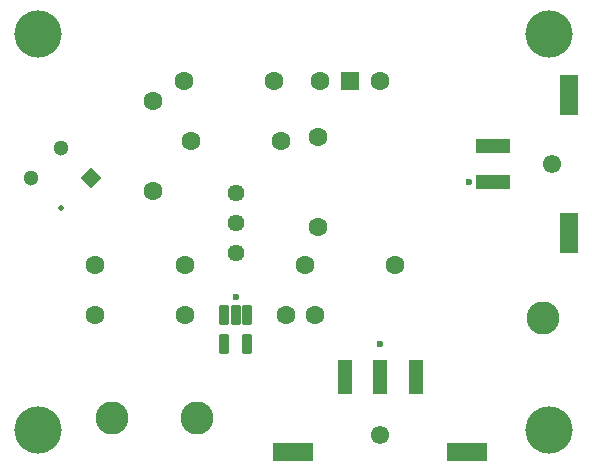
<source format=gts>
%TF.GenerationSoftware,KiCad,Pcbnew,9.0.4*%
%TF.CreationDate,2025-10-30T00:59:31-05:00*%
%TF.ProjectId,HVS Series Vacuum Sensor,48565320-5365-4726-9965-732056616375,rev?*%
%TF.SameCoordinates,Original*%
%TF.FileFunction,Soldermask,Top*%
%TF.FilePolarity,Negative*%
%FSLAX46Y46*%
G04 Gerber Fmt 4.6, Leading zero omitted, Abs format (unit mm)*
G04 Created by KiCad (PCBNEW 9.0.4) date 2025-10-30 00:59:31*
%MOMM*%
%LPD*%
G01*
G04 APERTURE LIST*
G04 Aperture macros list*
%AMRoundRect*
0 Rectangle with rounded corners*
0 $1 Rounding radius*
0 $2 $3 $4 $5 $6 $7 $8 $9 X,Y pos of 4 corners*
0 Add a 4 corners polygon primitive as box body*
4,1,4,$2,$3,$4,$5,$6,$7,$8,$9,$2,$3,0*
0 Add four circle primitives for the rounded corners*
1,1,$1+$1,$2,$3*
1,1,$1+$1,$4,$5*
1,1,$1+$1,$6,$7*
1,1,$1+$1,$8,$9*
0 Add four rect primitives between the rounded corners*
20,1,$1+$1,$2,$3,$4,$5,0*
20,1,$1+$1,$4,$5,$6,$7,0*
20,1,$1+$1,$6,$7,$8,$9,0*
20,1,$1+$1,$8,$9,$2,$3,0*%
%AMRotRect*
0 Rectangle, with rotation*
0 The origin of the aperture is its center*
0 $1 length*
0 $2 width*
0 $3 Rotation angle, in degrees counterclockwise*
0 Add horizontal line*
21,1,$1,$2,0,0,$3*%
G04 Aperture macros list end*
%ADD10C,2.800000*%
%ADD11R,1.500000X1.500000*%
%ADD12C,1.600000*%
%ADD13C,1.550000*%
%ADD14R,2.920000X1.270000*%
%ADD15R,1.650000X3.430000*%
%ADD16R,1.270000X2.920000*%
%ADD17R,3.430000X1.650000*%
%ADD18RoundRect,0.102000X-0.279400X0.736600X-0.279400X-0.736600X0.279400X-0.736600X0.279400X0.736600X0*%
%ADD19C,0.500000*%
%ADD20RotRect,1.300000X1.300000X315.000000*%
%ADD21C,1.300000*%
%ADD22C,1.440000*%
%ADD23C,4.000000*%
%ADD24C,0.600000*%
G04 APERTURE END LIST*
D10*
%TO.C,Vout1*%
X155000000Y-99000000D03*
%TD*%
%TO.C,GND1*%
X118500000Y-107500000D03*
%TD*%
D11*
%TO.C,SW1*%
X138710000Y-79000000D03*
D12*
X141250000Y-79000000D03*
X136170000Y-79000000D03*
%TD*%
D13*
%TO.C,J3*%
X155750000Y-86000000D03*
D14*
X150830000Y-84500000D03*
X150830000Y-87500000D03*
D15*
X157200000Y-80135000D03*
X157200000Y-91865000D03*
%TD*%
D12*
%TO.C,R12*%
X136000000Y-91310000D03*
X136000000Y-83690000D03*
%TD*%
%TO.C,R15A1*%
X132250000Y-79000000D03*
X124630000Y-79000000D03*
%TD*%
%TO.C,R15*%
X122000000Y-88310000D03*
X122000000Y-80690000D03*
%TD*%
%TO.C,R14*%
X117130000Y-98750000D03*
X124750000Y-98750000D03*
%TD*%
D13*
%TO.C,J2*%
X141250000Y-108920000D03*
D16*
X144250000Y-104000000D03*
X141250000Y-104000000D03*
X138250000Y-104000000D03*
D17*
X148615000Y-110370000D03*
X133885000Y-110370000D03*
%TD*%
D18*
%TO.C,U2*%
X129939800Y-98806200D03*
X129000000Y-98806200D03*
X128060200Y-98806200D03*
X128060200Y-101193800D03*
X129939800Y-101193800D03*
%TD*%
D12*
%TO.C,R13*%
X134880000Y-94500000D03*
X142500000Y-94500000D03*
%TD*%
%TO.C,C8*%
X135750000Y-98750000D03*
X133250000Y-98750000D03*
%TD*%
D19*
%TO.C,J1*%
X114250000Y-89750000D03*
D20*
X116795584Y-87204416D03*
D21*
X114250000Y-84658832D03*
X111704416Y-87204416D03*
%TD*%
D10*
%TO.C,POWERB1*%
X125750000Y-107500000D03*
%TD*%
D12*
%TO.C,R5*%
X125190000Y-84000000D03*
X132810000Y-84000000D03*
%TD*%
D22*
%TO.C,RV29*%
X128995000Y-88460000D03*
X128995000Y-91000000D03*
X128995000Y-93540000D03*
%TD*%
D12*
%TO.C,R16*%
X117130000Y-94500000D03*
X124750000Y-94500000D03*
%TD*%
D23*
X112250000Y-75000000D03*
X155500000Y-108500000D03*
X112250000Y-108500000D03*
X155500000Y-75000000D03*
D24*
X148750000Y-87500000D03*
X141250000Y-101250000D03*
X129000000Y-97250000D03*
M02*

</source>
